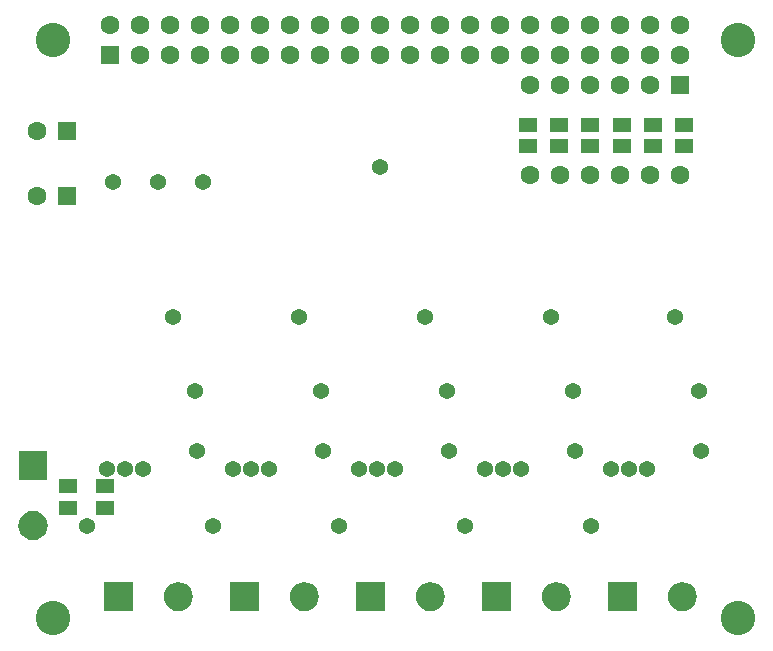
<source format=gbs>
G04 Layer_Color=16711935*
%FSLAX25Y25*%
%MOIN*%
G70*
G01*
G75*
%ADD38R,0.05912X0.05124*%
%ADD41C,0.06306*%
%ADD42C,0.06306*%
%ADD43R,0.06306X0.06306*%
%ADD44R,0.06306X0.06306*%
%ADD45C,0.11500*%
%ADD46C,0.05400*%
G36*
X169159Y-181001D02*
X170332Y-181487D01*
X171340Y-182260D01*
X172113Y-183268D01*
X172599Y-184441D01*
X172765Y-185700D01*
X172599Y-186959D01*
X172113Y-188132D01*
X171340Y-189140D01*
X170332Y-189913D01*
X169159Y-190399D01*
X167900Y-190565D01*
X166641Y-190399D01*
X165468Y-189913D01*
X164460Y-189140D01*
X163687Y-188132D01*
X163201Y-186959D01*
X163036Y-185700D01*
X163201Y-184441D01*
X163687Y-183268D01*
X164460Y-182260D01*
X165468Y-181487D01*
X166641Y-181001D01*
X167900Y-180835D01*
X169159Y-181001D01*
D02*
G37*
G36*
X211159D02*
X212332Y-181487D01*
X213340Y-182260D01*
X214113Y-183268D01*
X214599Y-184441D01*
X214764Y-185700D01*
X214599Y-186959D01*
X214113Y-188132D01*
X213340Y-189140D01*
X212332Y-189913D01*
X211159Y-190399D01*
X209900Y-190565D01*
X208641Y-190399D01*
X207468Y-189913D01*
X206460Y-189140D01*
X205687Y-188132D01*
X205201Y-186959D01*
X205036Y-185700D01*
X205201Y-184441D01*
X205687Y-183268D01*
X206460Y-182260D01*
X207468Y-181487D01*
X208641Y-181001D01*
X209900Y-180835D01*
X211159Y-181001D01*
D02*
G37*
G36*
X26723Y-190523D02*
X17077D01*
Y-180877D01*
X26723D01*
Y-190523D01*
D02*
G37*
G36*
X43159Y-181001D02*
X44332Y-181487D01*
X45340Y-182260D01*
X46113Y-183268D01*
X46599Y-184441D01*
X46764Y-185700D01*
X46599Y-186959D01*
X46113Y-188132D01*
X45340Y-189140D01*
X44332Y-189913D01*
X43159Y-190399D01*
X41900Y-190565D01*
X40641Y-190399D01*
X39468Y-189913D01*
X38460Y-189140D01*
X37687Y-188132D01*
X37201Y-186959D01*
X37036Y-185700D01*
X37201Y-184441D01*
X37687Y-183268D01*
X38460Y-182260D01*
X39468Y-181487D01*
X40641Y-181001D01*
X41900Y-180835D01*
X43159Y-181001D01*
D02*
G37*
G36*
X85159D02*
X86332Y-181487D01*
X87340Y-182260D01*
X88113Y-183268D01*
X88599Y-184441D01*
X88764Y-185700D01*
X88599Y-186959D01*
X88113Y-188132D01*
X87340Y-189140D01*
X86332Y-189913D01*
X85159Y-190399D01*
X83900Y-190565D01*
X82641Y-190399D01*
X81468Y-189913D01*
X80460Y-189140D01*
X79687Y-188132D01*
X79201Y-186959D01*
X79036Y-185700D01*
X79201Y-184441D01*
X79687Y-183268D01*
X80460Y-182260D01*
X81468Y-181487D01*
X82641Y-181001D01*
X83900Y-180835D01*
X85159Y-181001D01*
D02*
G37*
G36*
X127159D02*
X128332Y-181487D01*
X129340Y-182260D01*
X130113Y-183268D01*
X130599Y-184441D01*
X130764Y-185700D01*
X130599Y-186959D01*
X130113Y-188132D01*
X129340Y-189140D01*
X128332Y-189913D01*
X127159Y-190399D01*
X125900Y-190565D01*
X124641Y-190399D01*
X123468Y-189913D01*
X122460Y-189140D01*
X121687Y-188132D01*
X121201Y-186959D01*
X121036Y-185700D01*
X121201Y-184441D01*
X121687Y-183268D01*
X122460Y-182260D01*
X123468Y-181487D01*
X124641Y-181001D01*
X125900Y-180835D01*
X127159Y-181001D01*
D02*
G37*
G36*
X194723Y-190523D02*
X185077D01*
Y-180877D01*
X194723D01*
Y-190523D01*
D02*
G37*
G36*
X-5241Y-157301D02*
X-4068Y-157787D01*
X-3060Y-158560D01*
X-2287Y-159568D01*
X-1801Y-160741D01*
X-1636Y-162000D01*
X-1801Y-163259D01*
X-2287Y-164432D01*
X-3060Y-165440D01*
X-4068Y-166213D01*
X-5241Y-166699D01*
X-6500Y-166865D01*
X-7759Y-166699D01*
X-8932Y-166213D01*
X-9940Y-165440D01*
X-10713Y-164432D01*
X-11199Y-163259D01*
X-11364Y-162000D01*
X-11199Y-160741D01*
X-10713Y-159568D01*
X-9940Y-158560D01*
X-8932Y-157787D01*
X-7759Y-157301D01*
X-6500Y-157135D01*
X-5241Y-157301D01*
D02*
G37*
G36*
X-1677Y-146823D02*
X-11323D01*
Y-137177D01*
X-1677D01*
Y-146823D01*
D02*
G37*
G36*
X68723Y-190523D02*
X59077D01*
Y-180877D01*
X68723D01*
Y-190523D01*
D02*
G37*
G36*
X110723D02*
X101077D01*
Y-180877D01*
X110723D01*
Y-190523D01*
D02*
G37*
G36*
X152723D02*
X143077D01*
Y-180877D01*
X152723D01*
Y-190523D01*
D02*
G37*
D38*
X158500Y-35543D02*
D03*
Y-28457D02*
D03*
X168900Y-35543D02*
D03*
Y-28457D02*
D03*
X179300Y-35543D02*
D03*
Y-28457D02*
D03*
X189700Y-35543D02*
D03*
Y-28457D02*
D03*
X200100Y-35543D02*
D03*
Y-28457D02*
D03*
X210500Y-35543D02*
D03*
Y-28457D02*
D03*
X17500Y-148957D02*
D03*
Y-156043D02*
D03*
X5000Y-148957D02*
D03*
Y-156043D02*
D03*
D41*
X159200Y-45000D02*
D03*
X169200D02*
D03*
X179200D02*
D03*
X189200D02*
D03*
X199200D02*
D03*
X209200D02*
D03*
X159200Y-15000D02*
D03*
X19200Y5000D02*
D03*
X29200Y-5000D02*
D03*
Y5000D02*
D03*
X39200Y-5000D02*
D03*
Y5000D02*
D03*
X49200Y-5000D02*
D03*
Y5000D02*
D03*
X59200Y-5000D02*
D03*
Y5000D02*
D03*
X69200Y-5000D02*
D03*
Y5000D02*
D03*
X79200Y-5000D02*
D03*
Y5000D02*
D03*
X89200Y-5000D02*
D03*
Y5000D02*
D03*
X99200Y-5000D02*
D03*
Y5000D02*
D03*
X109200Y-5000D02*
D03*
Y5000D02*
D03*
X119200Y-5000D02*
D03*
Y5000D02*
D03*
X129200Y-5000D02*
D03*
Y5000D02*
D03*
X139200Y-5000D02*
D03*
Y5000D02*
D03*
X149200Y-5000D02*
D03*
Y5000D02*
D03*
X159200Y-5000D02*
D03*
Y5000D02*
D03*
X169200Y-5000D02*
D03*
Y5000D02*
D03*
X179200Y-5000D02*
D03*
Y5000D02*
D03*
X189200Y-5000D02*
D03*
Y5000D02*
D03*
X199200Y-5000D02*
D03*
Y5000D02*
D03*
X209200Y-5000D02*
D03*
Y5000D02*
D03*
X-5200Y-30600D02*
D03*
Y-52200D02*
D03*
D42*
X169200Y-15000D02*
D03*
X179200D02*
D03*
X189200D02*
D03*
X199200D02*
D03*
D43*
X209200D02*
D03*
D44*
X19200Y-5000D02*
D03*
X4800Y-30600D02*
D03*
Y-52200D02*
D03*
D45*
X0Y-192900D02*
D03*
Y0D02*
D03*
X228400D02*
D03*
Y-192900D02*
D03*
D46*
X18000Y-143000D02*
D03*
X24000D02*
D03*
X144000D02*
D03*
X150000D02*
D03*
X186000D02*
D03*
X192000D02*
D03*
X108000D02*
D03*
X60000D02*
D03*
X66000D02*
D03*
X102000D02*
D03*
X40000Y-92500D02*
D03*
X207500D02*
D03*
X50000Y-47500D02*
D03*
X35000D02*
D03*
X20000D02*
D03*
X11500Y-162000D02*
D03*
X47500Y-117000D02*
D03*
X48000Y-137000D02*
D03*
X72000Y-143000D02*
D03*
X90000Y-137000D02*
D03*
X53500Y-162000D02*
D03*
X89500Y-117000D02*
D03*
X60000Y-143000D02*
D03*
X66000D02*
D03*
X82000Y-92500D02*
D03*
X114000Y-143000D02*
D03*
X132000Y-137000D02*
D03*
X95500Y-162000D02*
D03*
X131500Y-117000D02*
D03*
X102000Y-143000D02*
D03*
X108000D02*
D03*
X124000Y-92500D02*
D03*
X109000Y-42500D02*
D03*
X156000Y-143000D02*
D03*
X174000Y-137000D02*
D03*
X137500Y-162000D02*
D03*
X173500Y-117000D02*
D03*
X150000Y-143000D02*
D03*
X144000D02*
D03*
D03*
X150000D02*
D03*
X166000Y-92500D02*
D03*
X198000Y-143000D02*
D03*
X216000Y-137000D02*
D03*
X179500Y-162000D02*
D03*
X215500Y-117000D02*
D03*
X192000Y-143000D02*
D03*
X186000D02*
D03*
D03*
X192000D02*
D03*
X30000D02*
D03*
M02*

</source>
